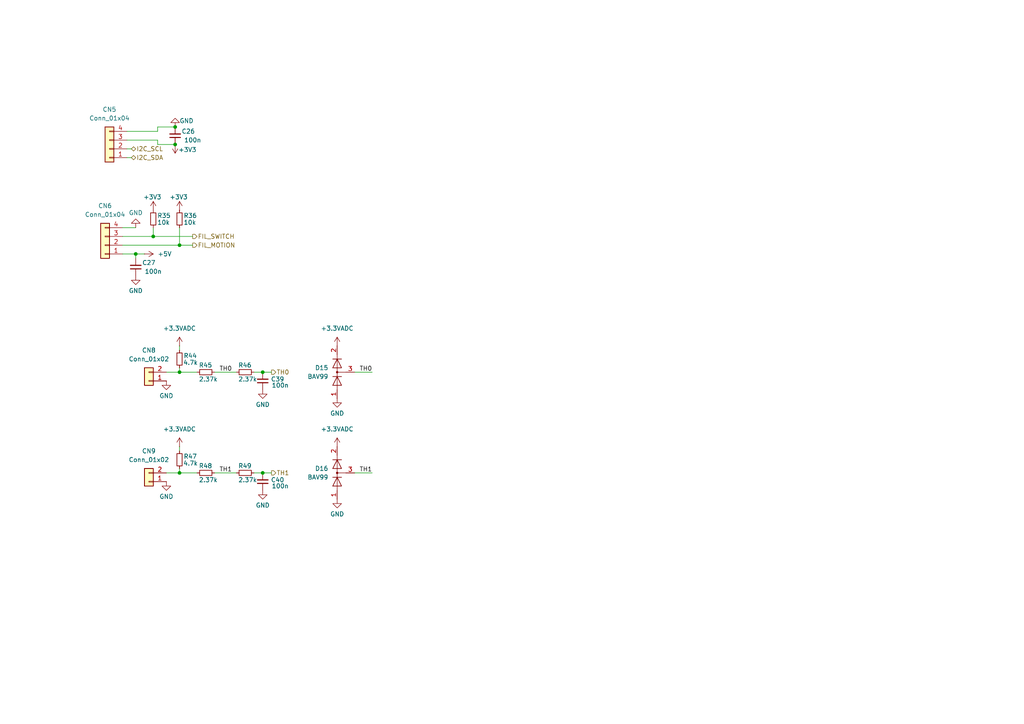
<source format=kicad_sch>
(kicad_sch (version 20250114) (generator "eeschema") (generator_version "9.0")
  (paper "A4")
  (lib_symbols
    (symbol "Connector_Generic:Conn_01x02" (pin_names (offset 1.016) (hide yes))
      (property "Reference" "J" (at 0 2.54 0))
      (property "Value" "Conn_01x02" (at 0 -5.08 0))
      (symbol "Conn_01x02_1_1"
        (rectangle (start -1.27 1.27) (end 1.27 -3.81) (stroke (width 0.254)) (fill (type background)))
        (rectangle (start -1.27 0.127) (end 0 -0.127) (stroke (width 0.1524)))
        (rectangle (start -1.27 -2.413) (end 0 -2.667) (stroke (width 0.1524)))
        (pin passive line (at -5.08 0 0) (length 3.81) (name "Pin_1") (number "1"))
        (pin passive line (at -5.08 -2.54 0) (length 3.81) (name "Pin_2") (number "2"))
      )
    )
    (symbol "Connector_Generic:Conn_01x04" (pin_names (offset 1.016) (hide yes))
      (property "Reference" "J" (at 0 5.08 0))
      (property "Value" "Conn_01x04" (at 0 -7.62 0))
      (symbol "Conn_01x04_1_1"
        (rectangle (start -1.27 3.81) (end 1.27 -6.35) (stroke (width 0.254)) (fill (type background)))
        (rectangle (start -1.27 2.667) (end 0 2.413) (stroke (width 0.1524)))
        (rectangle (start -1.27 0.127) (end 0 -0.127) (stroke (width 0.1524)))
        (rectangle (start -1.27 -2.413) (end 0 -2.667) (stroke (width 0.1524)))
        (rectangle (start -1.27 -4.953) (end 0 -5.207) (stroke (width 0.1524)))
        (pin passive line (at -5.08 2.54 0) (length 3.81) (name "Pin_1") (number "1"))
        (pin passive line (at -5.08 0 0) (length 3.81) (name "Pin_2") (number "2"))
        (pin passive line (at -5.08 -2.54 0) (length 3.81) (name "Pin_3") (number "3"))
        (pin passive line (at -5.08 -5.08 0) (length 3.81) (name "Pin_4") (number "4"))
      )
    )
    (symbol "Device:C_Small" (pin_numbers (hide yes)) (pin_names (offset 0.254) (hide yes))
      (property "Reference" "C" (at 0.254 1.778 0))
      (property "Value" "C_Small" (at 0.254 -2.032 0))
      (symbol "C_Small_0_1"
        (polyline (pts (xy -1.524 0.508) (xy 1.524 0.508)) (stroke (width 0.3048)))
        (polyline (pts (xy -1.524 -0.508) (xy 1.524 -0.508)) (stroke (width 0.3302)))
      )
      (symbol "C_Small_1_1"
        (pin passive line (at 0 2.54 270) (length 2.032) (name "~") (number "1"))
        (pin passive line (at 0 -2.54 90) (length 2.032) (name "~") (number "2"))
      )
    )
    (symbol "Device:R_Small" (pin_numbers (hide yes)) (pin_names (offset 0.254) (hide yes))
      (property "Reference" "R" (at 0.762 0.508 0))
      (property "Value" "R_Small" (at 0.762 -1.016 0))
      (symbol "R_Small_0_1"
        (rectangle (start -0.762 1.778) (end 0.762 -1.778) (stroke (width 0.2032)))
      )
      (symbol "R_Small_1_1"
        (pin passive line (at 0 2.54 270) (length 0.762) (name "~") (number "1"))
        (pin passive line (at 0 -2.54 90) (length 0.762) (name "~") (number "2"))
      )
    )
    (symbol "Diode:BAV99" (pin_names (hide yes))
      (property "Reference" "D" (at 0 5.08 0))
      (property "Value" "BAV99" (at 0 2.54 0))
      (symbol "BAV99_0_1"
        (polyline (pts (xy -5.08 0) (xy 5.08 0)))
      )
      (symbol "BAV99_1_1"
        (polyline (pts (xy -3.81 1.27) (xy -1.27 0) (xy -3.81 -1.27) (xy -3.81 1.27) (xy -3.81 1.27) (xy -3.81 1.27)) (stroke (width 0.2032)))
        (polyline (pts (xy -1.27 -1.27) (xy -1.27 1.27) (xy -1.27 1.27)) (stroke (width 0.2032)))
        (polyline (pts (xy 0 0) (xy 0 -2.54)))
        (circle (center 0 0) (radius 0.254) (fill (type outline)))
        (polyline (pts (xy 1.27 1.27) (xy 3.81 0) (xy 1.27 -1.27) (xy 1.27 1.27) (xy 1.27 1.27) (xy 1.27 1.27)) (stroke (width 0.2032)))
        (polyline (pts (xy 3.81 1.27) (xy 3.81 -1.27) (xy 3.81 -1.27)) (stroke (width 0.2032)))
        (pin passive line (at -7.62 0 0) (length 2.54) (name "K") (number "1"))
        (pin passive line (at 0 -5.08 90) (length 2.54) (name "K") (number "3"))
        (pin passive line (at 7.62 0 180) (length 2.54) (name "A") (number "2"))
      )
    )
    (symbol "power:+3.3VADC" (power) (pin_numbers (hide yes)) (pin_names (offset 0) (hide yes))
      (property "Value" "+3.3VADC" (at 0 3.556 0))
      (symbol "+3.3VADC_0_0"
        (pin power_in line (at 0 0 90) (length 0) (name "~") (number "1"))
      )
      (symbol "+3.3VADC_0_1"
        (polyline (pts (xy -0.762 1.27) (xy 0 2.54)))
        (polyline (pts (xy 0 2.54) (xy 0.762 1.27)))
        (polyline (pts (xy 0 0) (xy 0 2.54)))
      )
    )
    (symbol "power:+3V3" (power) (pin_numbers (hide yes)) (pin_names (offset 0) (hide yes))
      (property "Value" "+3V3" (at 0 3.556 0))
      (symbol "+3V3_0_1"
        (polyline (pts (xy -0.762 1.27) (xy 0 2.54)))
        (polyline (pts (xy 0 2.54) (xy 0.762 1.27)))
        (polyline (pts (xy 0 0) (xy 0 2.54)))
      )
      (symbol "+3V3_1_1"
        (pin power_in line (at 0 0 90) (length 0) (name "~") (number "1"))
      )
    )
    (symbol "power:+5V" (power) (pin_numbers (hide yes)) (pin_names (offset 0) (hide yes))
      (property "Value" "+5V" (at 0 3.556 0))
      (symbol "+5V_0_1"
        (polyline (pts (xy -0.762 1.27) (xy 0 2.54)))
        (polyline (pts (xy 0 2.54) (xy 0.762 1.27)))
        (polyline (pts (xy 0 0) (xy 0 2.54)))
      )
      (symbol "+5V_1_1"
        (pin power_in line (at 0 0 90) (length 0) (name "~") (number "1"))
      )
    )
    (symbol "power:GND" (power) (pin_numbers (hide yes)) (pin_names (offset 0) (hide yes))
      (property "Value" "GND" (at 0 -3.81 0))
      (symbol "GND_0_1"
        (polyline (pts (xy 0 0) (xy 0 -1.27) (xy 1.27 -1.27) (xy 0 -2.54) (xy -1.27 -1.27) (xy 0 -1.27)))
      )
      (symbol "GND_1_1"
        (pin power_in line (at 0 0 270) (length 0) (name "~") (number "1"))
      )
    )
  )
  (junction (at 39.37 73.66))
  (junction (at 76.2 137.16))
  (junction (at 50.8 41.91))
  (junction (at 52.07 107.95))
  (junction (at 76.2 107.95))
  (junction (at 52.07 137.16))
  (junction (at 44.45 68.58))
  (junction (at 50.8 36.83))
  (junction (at 52.07 71.12))
  (wire (pts (xy 62.23 137.16) (xy 68.58 137.16)))
  (wire (pts (xy 52.07 130.81) (xy 52.07 129.54)))
  (wire (pts (xy 44.45 68.58) (xy 35.56 68.58)))
  (wire (pts (xy 52.07 137.16) (xy 57.15 137.16)))
  (wire (pts (xy 39.37 73.66) (xy 39.37 74.93)))
  (wire (pts (xy 35.56 73.66) (xy 39.37 73.66)))
  (wire (pts (xy 102.87 137.16) (xy 107.95 137.16)))
  (wire (pts (xy 73.66 137.16) (xy 76.2 137.16)))
  (wire (pts (xy 48.26 107.95) (xy 52.07 107.95)))
  (wire (pts (xy 52.07 107.95) (xy 52.07 106.68)))
  (wire (pts (xy 45.72 41.91) (xy 50.8 41.91)))
  (wire (pts (xy 102.87 107.95) (xy 107.95 107.95)))
  (wire (pts (xy 76.2 137.16) (xy 78.74 137.16)))
  (wire (pts (xy 45.72 36.83) (xy 45.72 38.1)))
  (wire (pts (xy 45.72 40.64) (xy 45.72 41.91)))
  (wire (pts (xy 44.45 68.58) (xy 55.88 68.58)))
  (wire (pts (xy 52.07 137.16) (xy 52.07 135.89)))
  (wire (pts (xy 76.2 107.95) (xy 78.74 107.95)))
  (wire (pts (xy 52.07 71.12) (xy 35.56 71.12)))
  (wire (pts (xy 52.07 71.12) (xy 55.88 71.12)))
  (wire (pts (xy 44.45 66.04) (xy 44.45 68.58)))
  (wire (pts (xy 50.8 36.83) (xy 45.72 36.83)))
  (wire (pts (xy 36.83 45.72) (xy 38.1 45.72)))
  (wire (pts (xy 48.26 137.16) (xy 52.07 137.16)))
  (wire (pts (xy 73.66 107.95) (xy 76.2 107.95)))
  (wire (pts (xy 52.07 101.6) (xy 52.07 100.33)))
  (wire (pts (xy 36.83 40.64) (xy 45.72 40.64)))
  (wire (pts (xy 52.07 66.04) (xy 52.07 71.12)))
  (wire (pts (xy 45.72 38.1) (xy 36.83 38.1)))
  (wire (pts (xy 36.83 43.18) (xy 38.1 43.18)))
  (wire (pts (xy 62.23 107.95) (xy 68.58 107.95)))
  (wire (pts (xy 39.37 73.66) (xy 41.91 73.66)))
  (wire (pts (xy 35.56 66.04) (xy 39.37 66.04)))
  (wire (pts (xy 52.07 107.95) (xy 57.15 107.95)))
  (label "TH1" (at 67.31 137.16 180))
  (label "TH1" (at 107.95 137.16 180))
  (label "TH0" (at 67.31 107.95 180))
  (label "TH0" (at 107.95 107.95 180))
  (hierarchical_label "I2C_SDA" (shape bidirectional) (at 38.1 45.72 0))
  (hierarchical_label "FIL_SWITCH" (shape output) (at 55.88 68.58 0))
  (hierarchical_label "I2C_SCL" (shape bidirectional) (at 38.1 43.18 0))
  (hierarchical_label "FIL_MOTION" (shape output) (at 55.88 71.12 0))
  (hierarchical_label "TH1" (shape output) (at 78.74 137.16 0))
  (hierarchical_label "TH0" (shape output) (at 78.74 107.95 0))
  (symbol (lib_id "power:GND") (at 97.79 144.78 0) (unit 1)
    (property "Reference" "#PWR0124" (effects (hide yes)))
    (property "Value" "GND" (at 97.79 149.098 0))
    (property "Description" "Power symbol creates a global label with name \"GND\" , ground" (effects (hide yes)))
  )
  (symbol (lib_id "power:+3V3") (at 52.07 60.96 0) (unit 1)
    (property "Reference" "#PWR088" (effects (hide yes)))
    (property "Value" "+3V3" (at 51.816 57.15 0))
    (property "Description" "Power symbol creates a global label with name \"+3V3\"" (effects (hide yes)))
  )
  (symbol (lib_id "Diode:BAV99") (at 97.79 107.95 90) (unit 1)
    (property "Reference" "D15" (at 95.25 106.6799 90) (effects (justify left)))
    (property "Value" "BAV99" (at 95.25 109.2199 90) (effects (justify left)))
    (property "Footprint" "Package_TO_SOT_SMD:SOT-23" (effects (hide yes)))
    (property "Datasheet" "https://assets.nexperia.com/documents/data-sheet/BAV99_SER.pdf" (effects (hide yes)))
    (property "Description" "BAV99 High-speed switching diodes, SOT-23" (effects (hide yes)))
  )
  (symbol (lib_id "Device:R_Small") (at 59.69 107.95 270) (unit 1)
    (property "Reference" "R45" (at 57.658 105.918 90) (effects (justify left)))
    (property "Value" "2.37k" (at 57.658 109.982 90) (effects (justify left)))
    (property "Footprint" "Resistor_SMD:R_0402_1005Metric" (effects (hide yes)))
  )
  (symbol (lib_id "power:+3V3") (at 44.45 60.96 0) (unit 1)
    (property "Reference" "#PWR087" (effects (hide yes)))
    (property "Value" "+3V3" (at 44.196 57.15 0))
    (property "Description" "Power symbol creates a global label with name \"+3V3\"" (effects (hide yes)))
  )
  (symbol (lib_id "Device:C_Small") (at 76.2 139.7 180) (unit 1)
    (property "Reference" "C40" (at 80.518 139.192 0))
    (property "Value" "100n" (at 81.28 140.97 0))
    (property "Footprint" "Capacitor_SMD:C_0402_1005Metric" (effects (hide yes)))
    (property "Description" "Unpolarized capacitor, small symbol" (effects (hide yes)))
  )
  (symbol (lib_id "power:GND") (at 76.2 113.03 0) (unit 1)
    (property "Reference" "#PWR0116" (effects (hide yes)))
    (property "Value" "GND" (at 76.2 117.348 0))
    (property "Description" "Power symbol creates a global label with name \"GND\" , ground" (effects (hide yes)))
  )
  (symbol (lib_id "Device:C_Small") (at 39.37 77.47 180) (unit 1)
    (property "Reference" "C27" (at 43.18 76.2 0))
    (property "Value" "100n" (at 44.45 78.74 0))
    (property "Footprint" "Capacitor_SMD:C_0402_1005Metric" (effects (hide yes)))
    (property "Description" "Unpolarized capacitor, small symbol" (effects (hide yes)))
  )
  (symbol (lib_id "Device:C_Small") (at 76.2 110.49 180) (unit 1)
    (property "Reference" "C39" (at 80.518 109.982 0))
    (property "Value" "100n" (at 81.28 111.76 0))
    (property "Footprint" "Capacitor_SMD:C_0402_1005Metric" (effects (hide yes)))
    (property "Description" "Unpolarized capacitor, small symbol" (effects (hide yes)))
  )
  (symbol (lib_id "power:GND") (at 48.26 139.7 0) (unit 1)
    (property "Reference" "#PWR0120" (effects (hide yes)))
    (property "Value" "GND" (at 48.26 144.018 0))
    (property "Description" "Power symbol creates a global label with name \"GND\" , ground" (effects (hide yes)))
  )
  (symbol (lib_id "Device:R_Small") (at 52.07 133.35 180) (unit 1)
    (property "Reference" "R47" (at 57.1501 132.3889 0) (effects (justify left)))
    (property "Value" "4.7k" (at 57.404 134.366 0) (effects (justify left)))
    (property "Footprint" "Resistor_SMD:R_0402_1005Metric" (effects (hide yes)))
  )
  (symbol (lib_id "Connector_Generic:Conn_01x04") (at 30.48 71.12 180) (unit 1)
    (property "Reference" "CN6" (at 30.48 59.69 0))
    (property "Value" "Conn_01x04" (at 30.48 62.23 0))
    (property "Footprint" "Connector_JST:JST_PH_B4B-PH-K_1x04_P2.00mm_Vertical" (effects (hide yes)))
    (property "Description" "Generic connector, single row, 01x04, script generated (kicad-library-utils/schlib/autogen/connector/)" (effects (hide yes)))
  )
  (symbol (lib_id "Device:R_Small") (at 52.07 104.14 180) (unit 1)
    (property "Reference" "R44" (at 57.1501 103.1789 0) (effects (justify left)))
    (property "Value" "4.7k" (at 57.404 105.156 0) (effects (justify left)))
    (property "Footprint" "Resistor_SMD:R_0402_1005Metric" (effects (hide yes)))
  )
  (symbol (lib_id "Connector_Generic:Conn_01x02") (at 43.18 110.49 180) (unit 1)
    (property "Reference" "CN8" (at 43.18 101.6 0))
    (property "Value" "Conn_01x02" (at 43.18 104.14 0))
    (property "Footprint" "Connector_JST:JST_XH_B2B-XH-A_1x02_P2.50mm_Vertical" (effects (hide yes)))
    (property "Description" "Generic connector, single row, 01x02, script generated (kicad-library-utils/schlib/autogen/connector/)" (effects (hide yes)))
  )
  (symbol (lib_id "power:+3.3VADC") (at 97.79 129.54 0) (unit 1)
    (property "Reference" "#PWR0123" (effects (hide yes)))
    (property "Value" "+3.3VADC" (at 97.79 124.46 0))
    (property "Description" "Power symbol creates a global label with name \"+3.3VADC\"" (effects (hide yes)))
  )
  (symbol (lib_id "Connector_Generic:Conn_01x04") (at 31.75 43.18 180) (unit 1)
    (property "Reference" "CN5" (at 31.75 31.75 0))
    (property "Value" "Conn_01x04" (at 31.75 34.29 0))
    (property "Footprint" "Connector_JST:JST_PH_B4B-PH-K_1x04_P2.00mm_Vertical" (effects (hide yes)))
    (property "Description" "Generic connector, single row, 01x04, script generated (kicad-library-utils/schlib/autogen/connector/)" (effects (hide yes)))
  )
  (symbol (lib_id "Device:R_Small") (at 59.69 137.16 270) (unit 1)
    (property "Reference" "R48" (at 57.658 135.128 90) (effects (justify left)))
    (property "Value" "2.37k" (at 57.658 139.192 90) (effects (justify left)))
    (property "Footprint" "Resistor_SMD:R_0402_1005Metric" (effects (hide yes)))
  )
  (symbol (lib_id "Diode:BAV99") (at 97.79 137.16 90) (unit 1)
    (property "Reference" "D16" (at 95.25 135.8899 90) (effects (justify left)))
    (property "Value" "BAV99" (at 95.25 138.4299 90) (effects (justify left)))
    (property "Footprint" "Package_TO_SOT_SMD:SOT-23" (effects (hide yes)))
    (property "Datasheet" "https://assets.nexperia.com/documents/data-sheet/BAV99_SER.pdf" (effects (hide yes)))
    (property "Description" "BAV99 High-speed switching diodes, SOT-23" (effects (hide yes)))
  )
  (symbol (lib_id "power:GND") (at 76.2 142.24 0) (unit 1)
    (property "Reference" "#PWR0122" (effects (hide yes)))
    (property "Value" "GND" (at 76.2 146.558 0))
    (property "Description" "Power symbol creates a global label with name \"GND\" , ground" (effects (hide yes)))
  )
  (symbol (lib_id "power:GND") (at 50.8 36.83 180) (unit 1)
    (property "Reference" "#PWR083" (effects (hide yes)))
    (property "Value" "GND" (at 54.102 35.052 0))
    (property "Description" "Power symbol creates a global label with name \"GND\" , ground" (effects (hide yes)))
  )
  (symbol (lib_id "Device:R_Small") (at 44.45 63.5 180) (unit 1)
    (property "Reference" "R35" (at 49.5301 62.5389 0) (effects (justify left)))
    (property "Value" "10k" (at 49.276 64.516 0) (effects (justify left)))
    (property "Footprint" "Resistor_SMD:R_0402_1005Metric" (effects (hide yes)))
  )
  (symbol (lib_id "Device:R_Small") (at 71.12 107.95 270) (unit 1)
    (property "Reference" "R46" (at 69.088 105.918 90) (effects (justify left)))
    (property "Value" "2.37k" (at 69.088 109.982 90) (effects (justify left)))
    (property "Footprint" "Resistor_SMD:R_0402_1005Metric" (effects (hide yes)))
  )
  (symbol (lib_id "Device:R_Small") (at 71.12 137.16 270) (unit 1)
    (property "Reference" "R49" (at 69.088 135.128 90) (effects (justify left)))
    (property "Value" "2.37k" (at 69.088 139.192 90) (effects (justify left)))
    (property "Footprint" "Resistor_SMD:R_0402_1005Metric" (effects (hide yes)))
  )
  (symbol (lib_id "power:GND") (at 97.79 115.57 0) (unit 1)
    (property "Reference" "#PWR0119" (effects (hide yes)))
    (property "Value" "GND" (at 97.79 119.888 0))
    (property "Description" "Power symbol creates a global label with name \"GND\" , ground" (effects (hide yes)))
  )
  (symbol (lib_id "power:GND") (at 48.26 110.49 0) (unit 1)
    (property "Reference" "#PWR0117" (effects (hide yes)))
    (property "Value" "GND" (at 48.26 114.808 0))
    (property "Description" "Power symbol creates a global label with name \"GND\" , ground" (effects (hide yes)))
  )
  (symbol (lib_id "Device:C_Small") (at 50.8 39.37 180) (unit 1)
    (property "Reference" "C26" (at 54.61 38.1 0))
    (property "Value" "100n" (at 55.88 40.64 0))
    (property "Footprint" "Capacitor_SMD:C_0402_1005Metric" (effects (hide yes)))
    (property "Description" "Unpolarized capacitor, small symbol" (effects (hide yes)))
  )
  (symbol (lib_id "power:+3V3") (at 50.8 41.91 180) (unit 1)
    (property "Reference" "#PWR082" (effects (hide yes)))
    (property "Value" "+3V3" (at 54.356 43.434 0))
    (property "Description" "Power symbol creates a global label with name \"+3V3\"" (effects (hide yes)))
  )
  (symbol (lib_id "power:+3.3VADC") (at 97.79 100.33 0) (unit 1)
    (property "Reference" "#PWR0118" (effects (hide yes)))
    (property "Value" "+3.3VADC" (at 97.79 95.25 0))
    (property "Description" "Power symbol creates a global label with name \"+3.3VADC\"" (effects (hide yes)))
  )
  (symbol (lib_id "power:+5V") (at 41.91 73.66 270) (unit 1)
    (property "Reference" "#PWR084" (effects (hide yes)))
    (property "Value" "+5V" (at 45.72 73.6599 90) (effects (justify left)))
    (property "Description" "Power symbol creates a global label with name \"+5V\"" (effects (hide yes)))
  )
  (symbol (lib_id "power:+3.3VADC") (at 52.07 100.33 0) (unit 1)
    (property "Reference" "#PWR0115" (effects (hide yes)))
    (property "Value" "+3.3VADC" (at 52.07 95.25 0))
    (property "Description" "Power symbol creates a global label with name \"+3.3VADC\"" (effects (hide yes)))
  )
  (symbol (lib_id "power:+3.3VADC") (at 52.07 129.54 0) (unit 1)
    (property "Reference" "#PWR0121" (effects (hide yes)))
    (property "Value" "+3.3VADC" (at 52.07 124.46 0))
    (property "Description" "Power symbol creates a global label with name \"+3.3VADC\"" (effects (hide yes)))
  )
  (symbol (lib_id "power:GND") (at 39.37 80.01 0) (unit 1)
    (property "Reference" "#PWR085" (effects (hide yes)))
    (property "Value" "GND" (at 39.37 84.328 0))
    (property "Description" "Power symbol creates a global label with name \"GND\" , ground" (effects (hide yes)))
  )
  (symbol (lib_id "Connector_Generic:Conn_01x02") (at 43.18 139.7 180) (unit 1)
    (property "Reference" "CN9" (at 43.18 130.81 0))
    (property "Value" "Conn_01x02" (at 43.18 133.35 0))
    (property "Footprint" "Connector_JST:JST_XH_B2B-XH-A_1x02_P2.50mm_Vertical" (effects (hide yes)))
    (property "Description" "Generic connector, single row, 01x02, script generated (kicad-library-utils/schlib/autogen/connector/)" (effects (hide yes)))
  )
  (symbol (lib_id "Device:R_Small") (at 52.07 63.5 180) (unit 1)
    (property "Reference" "R36" (at 57.1501 62.5389 0) (effects (justify left)))
    (property "Value" "10k" (at 56.896 64.516 0) (effects (justify left)))
    (property "Footprint" "Resistor_SMD:R_0402_1005Metric" (effects (hide yes)))
  )
  (symbol (lib_id "power:GND") (at 39.37 66.04 180) (unit 1)
    (property "Reference" "#PWR086" (effects (hide yes)))
    (property "Value" "GND" (at 39.37 61.722 0))
    (property "Description" "Power symbol creates a global label with name \"GND\" , ground" (effects (hide yes)))
  )
)
</source>
